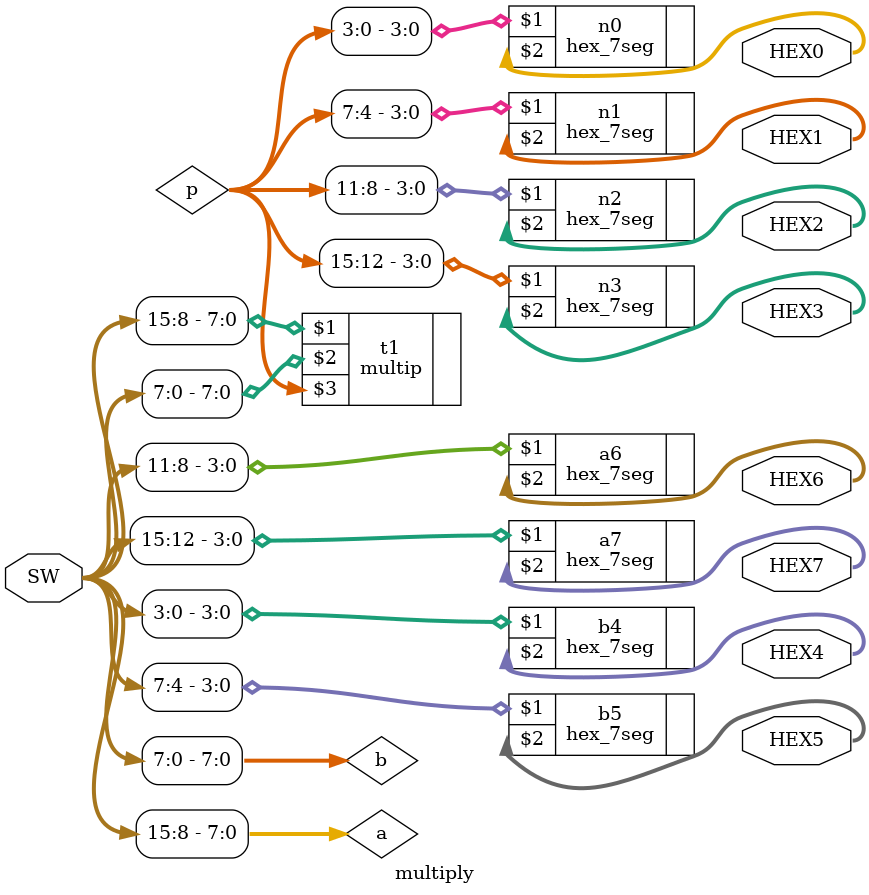
<source format=v>
module multiply (SW, HEX7, HEX6, HEX5, HEX4, HEX3, HEX2, HEX1, HEX0);
	input [15:0] SW;
	output [0:6] HEX7, HEX6, HEX5, HEX4, HEX3, HEX2, HEX1, HEX0;
	wire [7:0] a, b;
	wire [15:0] p;

	assign a = SW[15:8];
	assign b = SW[7:0];
	
	multip t1 (a, b, p);
	hex_7seg a7 (a[7:4], HEX7[0:6]);
	hex_7seg a6 (a[3:0], HEX6[0:6]);
	hex_7seg b5 (b[7:4], HEX5[0:6]);
	hex_7seg b4 (b[3:0], HEX4[0:6]);
	hex_7seg n3 (p[15:12], HEX3[0:6]);
	hex_7seg n2 (p[11:8], HEX2[0:6]);
	hex_7seg n1 (p[7:4], HEX1[0:6]);
	hex_7seg n0 (p[3:0], HEX0[0:6]);
	
endmodule

</source>
